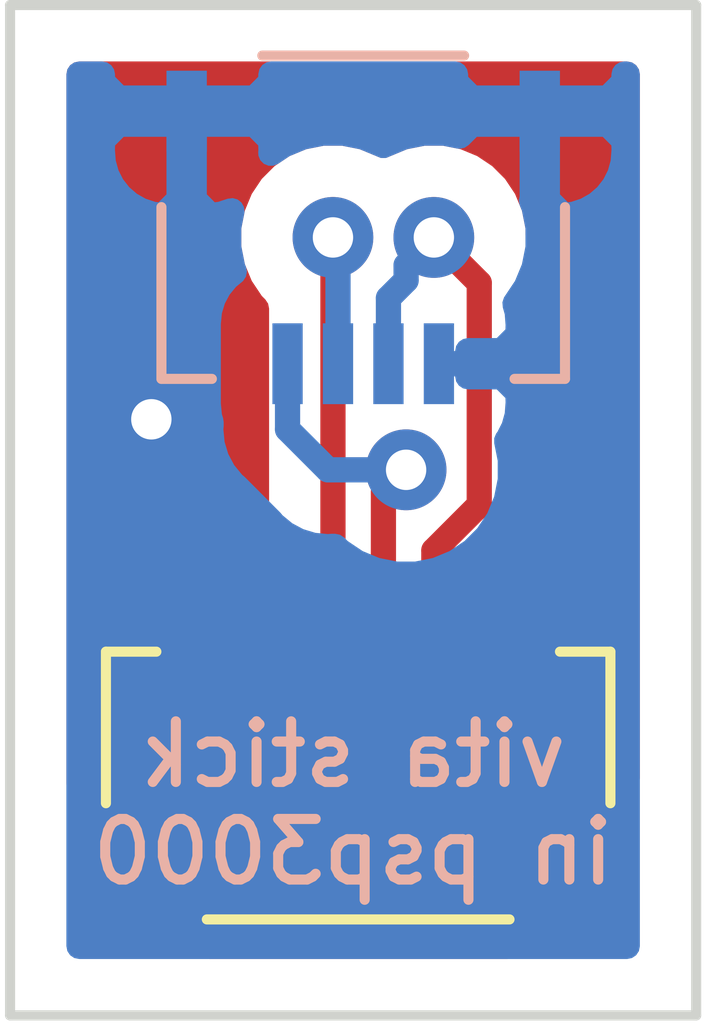
<source format=kicad_pcb>
(kicad_pcb (version 20171130) (host pcbnew "(5.1.5-0-10_14)")

  (general
    (thickness 1.6)
    (drawings 5)
    (tracks 23)
    (zones 0)
    (modules 2)
    (nets 7)
  )

  (page A4)
  (layers
    (0 F.Cu signal)
    (31 B.Cu signal)
    (32 B.Adhes user)
    (33 F.Adhes user)
    (34 B.Paste user)
    (35 F.Paste user)
    (36 B.SilkS user)
    (37 F.SilkS user)
    (38 B.Mask user)
    (39 F.Mask user)
    (40 Dwgs.User user)
    (41 Cmts.User user)
    (42 Eco1.User user)
    (43 Eco2.User user)
    (44 Edge.Cuts user)
    (45 Margin user)
    (46 B.CrtYd user)
    (47 F.CrtYd user)
    (48 B.Fab user)
    (49 F.Fab user)
  )

  (setup
    (last_trace_width 0.25)
    (trace_clearance 0.2)
    (zone_clearance 0.508)
    (zone_45_only no)
    (trace_min 0.2)
    (via_size 0.8)
    (via_drill 0.4)
    (via_min_size 0.4)
    (via_min_drill 0.3)
    (uvia_size 0.3)
    (uvia_drill 0.1)
    (uvias_allowed no)
    (uvia_min_size 0.2)
    (uvia_min_drill 0.1)
    (edge_width 0.05)
    (segment_width 0.2)
    (pcb_text_width 0.3)
    (pcb_text_size 1.5 1.5)
    (mod_edge_width 0.12)
    (mod_text_size 1 1)
    (mod_text_width 0.15)
    (pad_size 1.524 1.524)
    (pad_drill 0.762)
    (pad_to_mask_clearance 0.051)
    (solder_mask_min_width 0.25)
    (aux_axis_origin 0 0)
    (visible_elements FFFFFF7F)
    (pcbplotparams
      (layerselection 0x010fc_ffffffff)
      (usegerberextensions false)
      (usegerberattributes false)
      (usegerberadvancedattributes false)
      (creategerberjobfile false)
      (excludeedgelayer true)
      (linewidth 0.100000)
      (plotframeref false)
      (viasonmask false)
      (mode 1)
      (useauxorigin false)
      (hpglpennumber 1)
      (hpglpenspeed 20)
      (hpglpendiameter 15.000000)
      (psnegative false)
      (psa4output false)
      (plotreference true)
      (plotvalue true)
      (plotinvisibletext false)
      (padsonsilk false)
      (subtractmaskfromsilk false)
      (outputformat 1)
      (mirror false)
      (drillshape 1)
      (scaleselection 1)
      (outputdirectory ""))
  )

  (net 0 "")
  (net 1 GND)
  (net 2 "Net-(J1-Pad6)")
  (net 3 "Net-(J1-Pad5)")
  (net 4 "Net-(J1-Pad4)")
  (net 5 VCC)
  (net 6 "Net-(J1-Pad2)")

  (net_class Default "This is the default net class."
    (clearance 0.2)
    (trace_width 0.25)
    (via_dia 0.8)
    (via_drill 0.4)
    (uvia_dia 0.3)
    (uvia_drill 0.1)
    (add_net GND)
    (add_net "Net-(J1-Pad2)")
    (add_net "Net-(J1-Pad4)")
    (add_net "Net-(J1-Pad5)")
    (add_net "Net-(J1-Pad6)")
    (add_net VCC)
  )

  (module 2328702-4:23287024 (layer B.Cu) (tedit 5EE8238A) (tstamp 5EE87A09)
    (at 151.9 117)
    (descr 2328702-4-1)
    (tags Connector)
    (path /5EE863D7)
    (attr smd)
    (fp_text reference J2 (at 0 0.9) (layer B.SilkS) hide
      (effects (font (size 1.27 1.27) (thickness 0.254)) (justify mirror))
    )
    (fp_text value 2328702-4 (at 0 0.9) (layer B.SilkS) hide
      (effects (font (size 1.27 1.27) (thickness 0.254)) (justify mirror))
    )
    (fp_line (start -2 2.78) (end 2 2.78) (layer Dwgs.User) (width 0.2))
    (fp_line (start 2 2.78) (end 2 -1.6) (layer Dwgs.User) (width 0.2))
    (fp_line (start 2 -1.6) (end -2 -1.6) (layer Dwgs.User) (width 0.2))
    (fp_line (start -2 -1.6) (end -2 2.78) (layer Dwgs.User) (width 0.2))
    (fp_line (start -2.5 3.9) (end 2.5 3.9) (layer Dwgs.User) (width 0.1))
    (fp_line (start 2.5 3.9) (end 2.5 -2.1) (layer Dwgs.User) (width 0.1))
    (fp_line (start 2.5 -2.1) (end -2.5 -2.1) (layer Dwgs.User) (width 0.1))
    (fp_line (start -2.5 -2.1) (end -2.5 3.9) (layer Dwgs.User) (width 0.1))
    (fp_line (start -1 -1.6) (end 1 -1.6) (layer B.SilkS) (width 0.1))
    (fp_line (start -2 1.6) (end 2 1.6) (layer Dwgs.User) (width 0.2))
    (fp_line (start -2 -0.1) (end -2 1.6) (layer B.SilkS) (width 0.1))
    (fp_line (start -2 1.6) (end -1.5 1.6) (layer B.SilkS) (width 0.1))
    (fp_line (start 2 -0.1) (end 2 1.6) (layer B.SilkS) (width 0.1))
    (fp_line (start 2 1.6) (end 1.5 1.6) (layer B.SilkS) (width 0.1))
    (pad 1 smd rect (at 0.75 1.45) (size 0.3 0.8) (layers B.Cu B.Paste B.Mask)
      (net 1 GND))
    (pad 2 smd rect (at 0.25 1.45) (size 0.3 0.8) (layers B.Cu B.Paste B.Mask)
      (net 3 "Net-(J1-Pad5)"))
    (pad 3 smd rect (at -0.25 1.45) (size 0.3 0.8) (layers B.Cu B.Paste B.Mask)
      (net 5 VCC))
    (pad 4 smd rect (at -0.75 1.45) (size 0.3 0.8) (layers B.Cu B.Paste B.Mask)
      (net 4 "Net-(J1-Pad4)"))
    (pad MP1 smd rect (at 1.75 -1.05) (size 0.4 0.8) (layers B.Cu B.Paste B.Mask)
      (net 1 GND))
    (pad MP2 smd rect (at -1.75 -1.05) (size 0.4 0.8) (layers B.Cu B.Paste B.Mask)
      (net 1 GND))
  )

  (module FH19C-6S-0.5SH_05_:FH19C6S05SH05 (layer F.Cu) (tedit 5EC1ED96) (tstamp 5EE879ED)
    (at 151.850001 122.500001)
    (descr "FH19C-6S-0.5SH(05)")
    (tags Connector)
    (path /5EC23356)
    (attr smd)
    (fp_text reference J1 (at 0 -0.2) (layer F.SilkS) hide
      (effects (font (size 1.27 1.27) (thickness 0.254)))
    )
    (fp_text value FH19C-6S-0.5SH_05_ (at 0 -0.2) (layer F.SilkS) hide
      (effects (font (size 1.27 1.27) (thickness 0.254)))
    )
    (fp_line (start -2.5 -1.2) (end 2.5 -1.2) (layer Dwgs.User) (width 0.2))
    (fp_line (start 2.5 -1.2) (end 2.5 1.45) (layer Dwgs.User) (width 0.2))
    (fp_line (start 2.5 1.45) (end -2.5 1.45) (layer Dwgs.User) (width 0.2))
    (fp_line (start -2.5 1.45) (end -2.5 -1.2) (layer Dwgs.User) (width 0.2))
    (fp_line (start -3.5 -2.85) (end 3.5 -2.85) (layer Dwgs.User) (width 0.1))
    (fp_line (start 3.5 -2.85) (end 3.5 2.45) (layer Dwgs.User) (width 0.1))
    (fp_line (start 3.5 2.45) (end -3.5 2.45) (layer Dwgs.User) (width 0.1))
    (fp_line (start -3.5 2.45) (end -3.5 -2.85) (layer Dwgs.User) (width 0.1))
    (fp_line (start -2 -1.2) (end -2.5 -1.2) (layer F.SilkS) (width 0.1))
    (fp_line (start -2.5 -1.2) (end -2.5 0.3) (layer F.SilkS) (width 0.1))
    (fp_line (start -1.5 1.45) (end 1.5 1.45) (layer F.SilkS) (width 0.1))
    (fp_line (start 2.5 0.3) (end 2.5 -1.2) (layer F.SilkS) (width 0.1))
    (fp_line (start 2.5 -1.2) (end 2 -1.2) (layer F.SilkS) (width 0.1))
    (pad 1 smd rect (at -1.25 -1.45) (size 0.3 0.8) (layers F.Cu F.Paste F.Mask)
      (net 1 GND))
    (pad 2 smd rect (at -0.75 -1.45) (size 0.3 0.8) (layers F.Cu F.Paste F.Mask)
      (net 6 "Net-(J1-Pad2)"))
    (pad 3 smd rect (at -0.25 -1.45) (size 0.3 0.8) (layers F.Cu F.Paste F.Mask)
      (net 5 VCC))
    (pad 4 smd rect (at 0.25 -1.45) (size 0.3 0.8) (layers F.Cu F.Paste F.Mask)
      (net 4 "Net-(J1-Pad4)"))
    (pad 5 smd rect (at 0.75 -1.45) (size 0.3 0.8) (layers F.Cu F.Paste F.Mask)
      (net 3 "Net-(J1-Pad5)"))
    (pad 6 smd rect (at 1.25 -1.45) (size 0.3 0.8) (layers F.Cu F.Paste F.Mask)
      (net 2 "Net-(J1-Pad6)"))
    (pad 7 smd rect (at -2.25 1.05) (size 0.4 0.8) (layers F.Cu F.Paste F.Mask)
      (net 1 GND))
    (pad 8 smd rect (at 2.25 1.05) (size 0.4 0.8) (layers F.Cu F.Paste F.Mask)
      (net 1 GND))
  )

  (gr_text "vita stick\nin psp3000" (at 151.8 122.8) (layer B.SilkS)
    (effects (font (size 0.6 0.6) (thickness 0.1)) (justify mirror))
  )
  (gr_line (start 155.2 114.9) (end 155.2 124.9) (layer Edge.Cuts) (width 0.1))
  (gr_line (start 148.4 114.9) (end 155.2 114.9) (layer Edge.Cuts) (width 0.1))
  (gr_line (start 148.4 124.9) (end 148.4 114.9) (layer Edge.Cuts) (width 0.1))
  (gr_line (start 155.2 124.9) (end 148.4 124.9) (layer Edge.Cuts) (width 0.1))

  (segment (start 150.600001 121.050001) (end 149.849999 121.050001) (width 0.25) (layer F.Cu) (net 1))
  (segment (start 152.65 118.45) (end 153.45 118.45) (width 0.25) (layer B.Cu) (net 1))
  (via (at 149.8 119) (size 0.8) (drill 0.4) (layers F.Cu B.Cu) (net 1))
  (via (at 152.600003 117.2) (size 0.8) (drill 0.4) (layers F.Cu B.Cu) (net 3))
  (segment (start 153.050001 117.649998) (end 152.600003 117.2) (width 0.25) (layer F.Cu) (net 3))
  (segment (start 153.050001 119.848001) (end 153.050001 117.649998) (width 0.25) (layer F.Cu) (net 3))
  (segment (start 152.600001 120.298001) (end 153.050001 119.848001) (width 0.25) (layer F.Cu) (net 3))
  (segment (start 152.600001 121.050001) (end 152.600001 120.298001) (width 0.25) (layer F.Cu) (net 3))
  (segment (start 152.15 117.8) (end 152.15 118.45) (width 0.25) (layer B.Cu) (net 3))
  (segment (start 152.325001 117.624999) (end 152.15 117.8) (width 0.25) (layer B.Cu) (net 3))
  (segment (start 152.325001 117.475002) (end 152.325001 117.624999) (width 0.25) (layer B.Cu) (net 3))
  (segment (start 152.600003 117.2) (end 152.325001 117.475002) (width 0.25) (layer B.Cu) (net 3))
  (via (at 152.325 119.5) (size 0.8) (drill 0.4) (layers F.Cu B.Cu) (net 4))
  (segment (start 152.100001 119.724999) (end 152.325 119.5) (width 0.25) (layer F.Cu) (net 4))
  (segment (start 152.100001 121.050001) (end 152.100001 119.724999) (width 0.25) (layer F.Cu) (net 4))
  (segment (start 151.55 119.5) (end 151.15 119.1) (width 0.25) (layer B.Cu) (net 4))
  (segment (start 151.15 119.1) (end 151.15 118.45) (width 0.25) (layer B.Cu) (net 4))
  (segment (start 152.325 119.5) (end 151.55 119.5) (width 0.25) (layer B.Cu) (net 4))
  (via (at 151.6 117.2) (size 0.8) (drill 0.4) (layers F.Cu B.Cu) (net 5))
  (segment (start 151.6 120.4) (end 151.6 117.2) (width 0.25) (layer F.Cu) (net 5))
  (segment (start 151.600001 121.050001) (end 151.6 120.4) (width 0.25) (layer F.Cu) (net 5))
  (segment (start 151.65 117.25) (end 151.65 118.45) (width 0.25) (layer B.Cu) (net 5))
  (segment (start 151.6 117.2) (end 151.65 117.25) (width 0.25) (layer B.Cu) (net 5))

  (zone (net 1) (net_name GND) (layer F.Cu) (tstamp 0) (hatch edge 0.508)
    (connect_pads (clearance 0.508))
    (min_thickness 0.254)
    (fill yes (arc_segments 32) (thermal_gap 0.508) (thermal_bridge_width 0.508))
    (polygon
      (pts
        (xy 155.2 124.9) (xy 148.4 124.9) (xy 148.4 114.9) (xy 155.2 114.9)
      )
    )
    (filled_polygon
      (pts
        (xy 154.515001 122.55223) (xy 154.438295 122.527096) (xy 154.331751 122.515001) (xy 154.173001 122.673751) (xy 154.173001 123.423001)
        (xy 154.247001 123.423001) (xy 154.247001 123.677001) (xy 154.173001 123.677001) (xy 154.173001 123.697001) (xy 154.027001 123.697001)
        (xy 154.027001 123.677001) (xy 153.423751 123.677001) (xy 153.265001 123.835751) (xy 153.262085 123.935887) (xy 153.271589 124.060609)
        (xy 153.305242 124.181081) (xy 153.322419 124.215) (xy 150.377583 124.215) (xy 150.39476 124.181081) (xy 150.428413 124.060609)
        (xy 150.437917 123.935887) (xy 150.435001 123.835751) (xy 150.276251 123.677001) (xy 149.673001 123.677001) (xy 149.673001 123.697001)
        (xy 149.527001 123.697001) (xy 149.527001 123.677001) (xy 149.453001 123.677001) (xy 149.453001 123.423001) (xy 149.527001 123.423001)
        (xy 149.527001 122.673751) (xy 149.673001 122.673751) (xy 149.673001 123.423001) (xy 150.276251 123.423001) (xy 150.435001 123.264251)
        (xy 150.437917 123.164115) (xy 153.262085 123.164115) (xy 153.265001 123.264251) (xy 153.423751 123.423001) (xy 154.027001 123.423001)
        (xy 154.027001 122.673751) (xy 153.868251 122.515001) (xy 153.761707 122.527096) (xy 153.642841 122.566045) (xy 153.533858 122.627435)
        (xy 153.438946 122.708907) (xy 153.361752 122.807329) (xy 153.305242 122.918921) (xy 153.271589 123.039393) (xy 153.262085 123.164115)
        (xy 150.437917 123.164115) (xy 150.428413 123.039393) (xy 150.39476 122.918921) (xy 150.33825 122.807329) (xy 150.261056 122.708907)
        (xy 150.166144 122.627435) (xy 150.057161 122.566045) (xy 149.938295 122.527096) (xy 149.831751 122.515001) (xy 149.673001 122.673751)
        (xy 149.527001 122.673751) (xy 149.368251 122.515001) (xy 149.261707 122.527096) (xy 149.142841 122.566045) (xy 149.085 122.598627)
        (xy 149.085 120.664115) (xy 149.812085 120.664115) (xy 149.815001 120.764251) (xy 149.973751 120.923001) (xy 150.311929 120.923001)
        (xy 150.311929 121.177001) (xy 149.973751 121.177001) (xy 149.815001 121.335751) (xy 149.812085 121.435887) (xy 149.821589 121.560609)
        (xy 149.855242 121.681081) (xy 149.911752 121.792673) (xy 149.988946 121.891095) (xy 150.083858 121.972567) (xy 150.192841 122.033957)
        (xy 150.311707 122.072906) (xy 150.418251 122.085001) (xy 150.555526 121.947726) (xy 150.595507 121.980538) (xy 150.705821 122.039503)
        (xy 150.749504 122.052754) (xy 150.781751 122.085001) (xy 150.845421 122.077773) (xy 150.950001 122.088073) (xy 151.250001 122.088073)
        (xy 151.350001 122.078224) (xy 151.450001 122.088073) (xy 151.750001 122.088073) (xy 151.850001 122.078224) (xy 151.950001 122.088073)
        (xy 152.250001 122.088073) (xy 152.350001 122.078224) (xy 152.450001 122.088073) (xy 152.750001 122.088073) (xy 152.850001 122.078224)
        (xy 152.950001 122.088073) (xy 153.250001 122.088073) (xy 153.374483 122.075813) (xy 153.494181 122.039503) (xy 153.604495 121.980538)
        (xy 153.701186 121.901186) (xy 153.780538 121.804495) (xy 153.839503 121.694181) (xy 153.875813 121.574483) (xy 153.888073 121.450001)
        (xy 153.888073 120.650001) (xy 153.875813 120.525519) (xy 153.839503 120.405821) (xy 153.780538 120.295507) (xy 153.715148 120.215829)
        (xy 153.755547 120.140248) (xy 153.765404 120.107752) (xy 153.799004 119.996987) (xy 153.810001 119.885334) (xy 153.810001 119.885325)
        (xy 153.813677 119.848002) (xy 153.810001 119.810679) (xy 153.810001 117.68732) (xy 153.813677 117.649997) (xy 153.810001 117.612674)
        (xy 153.810001 117.612665) (xy 153.799004 117.501012) (xy 153.755547 117.357751) (xy 153.684975 117.225722) (xy 153.635003 117.164831)
        (xy 153.635003 117.098061) (xy 153.595229 116.898102) (xy 153.517208 116.709744) (xy 153.40394 116.540226) (xy 153.259777 116.396063)
        (xy 153.090259 116.282795) (xy 152.901901 116.204774) (xy 152.701942 116.165) (xy 152.498064 116.165) (xy 152.298105 116.204774)
        (xy 152.109747 116.282795) (xy 152.100001 116.289307) (xy 152.090256 116.282795) (xy 151.901898 116.204774) (xy 151.701939 116.165)
        (xy 151.498061 116.165) (xy 151.298102 116.204774) (xy 151.109744 116.282795) (xy 150.940226 116.396063) (xy 150.796063 116.540226)
        (xy 150.682795 116.709744) (xy 150.604774 116.898102) (xy 150.565 117.098061) (xy 150.565 117.301939) (xy 150.604774 117.501898)
        (xy 150.682795 117.690256) (xy 150.796063 117.859774) (xy 150.840001 117.903712) (xy 150.84 120.021614) (xy 150.781751 120.015001)
        (xy 150.749504 120.047248) (xy 150.705821 120.060499) (xy 150.595507 120.119464) (xy 150.555526 120.152276) (xy 150.418251 120.015001)
        (xy 150.311707 120.027096) (xy 150.192841 120.066045) (xy 150.083858 120.127435) (xy 149.988946 120.208907) (xy 149.911752 120.307329)
        (xy 149.855242 120.418921) (xy 149.821589 120.539393) (xy 149.812085 120.664115) (xy 149.085 120.664115) (xy 149.085 115.585)
        (xy 154.515 115.585)
      )
    )
  )
  (zone (net 1) (net_name GND) (layer B.Cu) (tstamp 0) (hatch edge 0.508)
    (connect_pads (clearance 0.508))
    (min_thickness 0.254)
    (fill yes (arc_segments 32) (thermal_gap 0.508) (thermal_bridge_width 0.508))
    (polygon
      (pts
        (xy 155.2 124.9) (xy 148.4 124.9) (xy 148.4 114.9) (xy 155.2 114.9)
      )
    )
    (filled_polygon
      (pts
        (xy 149.315 115.66425) (xy 149.47375 115.823) (xy 150.077 115.823) (xy 150.077 115.803) (xy 150.223 115.803)
        (xy 150.223 115.823) (xy 150.82625 115.823) (xy 150.985 115.66425) (xy 150.987308 115.585) (xy 152.812692 115.585)
        (xy 152.815 115.66425) (xy 152.97375 115.823) (xy 153.577 115.823) (xy 153.577 115.803) (xy 153.723 115.803)
        (xy 153.723 115.823) (xy 154.32625 115.823) (xy 154.485 115.66425) (xy 154.487308 115.585) (xy 154.515 115.585)
        (xy 154.515001 124.215) (xy 149.085 124.215) (xy 149.085 116.335886) (xy 149.312084 116.335886) (xy 149.321588 116.460608)
        (xy 149.355241 116.58108) (xy 149.411751 116.692672) (xy 149.488945 116.791094) (xy 149.583857 116.872566) (xy 149.69284 116.933956)
        (xy 149.811706 116.972905) (xy 149.91825 116.985) (xy 150.077 116.82625) (xy 150.077 116.077) (xy 150.223 116.077)
        (xy 150.223 116.82625) (xy 150.38175 116.985) (xy 150.488294 116.972905) (xy 150.596979 116.937292) (xy 150.565 117.098061)
        (xy 150.565 117.301939) (xy 150.604774 117.501898) (xy 150.620537 117.539954) (xy 150.548815 117.598815) (xy 150.469463 117.695506)
        (xy 150.410498 117.80582) (xy 150.374188 117.925518) (xy 150.361928 118.05) (xy 150.361928 118.85) (xy 150.374188 118.974482)
        (xy 150.39 119.026607) (xy 150.39 119.062678) (xy 150.386324 119.1) (xy 150.39 119.137322) (xy 150.39 119.137332)
        (xy 150.400997 119.248985) (xy 150.431947 119.351014) (xy 150.444454 119.392246) (xy 150.515026 119.524276) (xy 150.554871 119.572826)
        (xy 150.609999 119.640001) (xy 150.639002 119.663803) (xy 150.9862 120.011002) (xy 151.009999 120.040001) (xy 151.125724 120.134974)
        (xy 151.257753 120.205546) (xy 151.401014 120.249003) (xy 151.512667 120.26) (xy 151.512676 120.26) (xy 151.549999 120.263676)
        (xy 151.587322 120.26) (xy 151.621289 120.26) (xy 151.665226 120.303937) (xy 151.834744 120.417205) (xy 152.023102 120.495226)
        (xy 152.223061 120.535) (xy 152.426939 120.535) (xy 152.626898 120.495226) (xy 152.815256 120.417205) (xy 152.984774 120.303937)
        (xy 153.128937 120.159774) (xy 153.242205 119.990256) (xy 153.320226 119.801898) (xy 153.36 119.601939) (xy 153.36 119.398061)
        (xy 153.323011 119.212101) (xy 153.338249 119.192672) (xy 153.394759 119.08108) (xy 153.428412 118.960608) (xy 153.437916 118.835886)
        (xy 153.435 118.73575) (xy 153.27625 118.577) (xy 152.938072 118.577) (xy 152.938072 118.323) (xy 153.27625 118.323)
        (xy 153.435 118.16425) (xy 153.437916 118.064114) (xy 153.428412 117.939392) (xy 153.405513 117.857419) (xy 153.517208 117.690256)
        (xy 153.595229 117.501898) (xy 153.635003 117.301939) (xy 153.635003 117.098061) (xy 153.595229 116.898102) (xy 153.568845 116.834405)
        (xy 153.577 116.82625) (xy 153.577 116.077) (xy 153.723 116.077) (xy 153.723 116.82625) (xy 153.88175 116.985)
        (xy 153.988294 116.972905) (xy 154.10716 116.933956) (xy 154.216143 116.872566) (xy 154.311055 116.791094) (xy 154.388249 116.692672)
        (xy 154.444759 116.58108) (xy 154.478412 116.460608) (xy 154.487916 116.335886) (xy 154.485 116.23575) (xy 154.32625 116.077)
        (xy 153.723 116.077) (xy 153.577 116.077) (xy 152.97375 116.077) (xy 152.855254 116.195496) (xy 152.701942 116.165)
        (xy 152.498064 116.165) (xy 152.298105 116.204774) (xy 152.109747 116.282795) (xy 152.100001 116.289307) (xy 152.090256 116.282795)
        (xy 151.901898 116.204774) (xy 151.701939 116.165) (xy 151.498061 116.165) (xy 151.298102 116.204774) (xy 151.109744 116.282795)
        (xy 150.985643 116.365716) (xy 150.987916 116.335886) (xy 150.985 116.23575) (xy 150.82625 116.077) (xy 150.223 116.077)
        (xy 150.077 116.077) (xy 149.47375 116.077) (xy 149.315 116.23575) (xy 149.312084 116.335886) (xy 149.085 116.335886)
        (xy 149.085 115.585) (xy 149.312692 115.585)
      )
    )
  )
)

</source>
